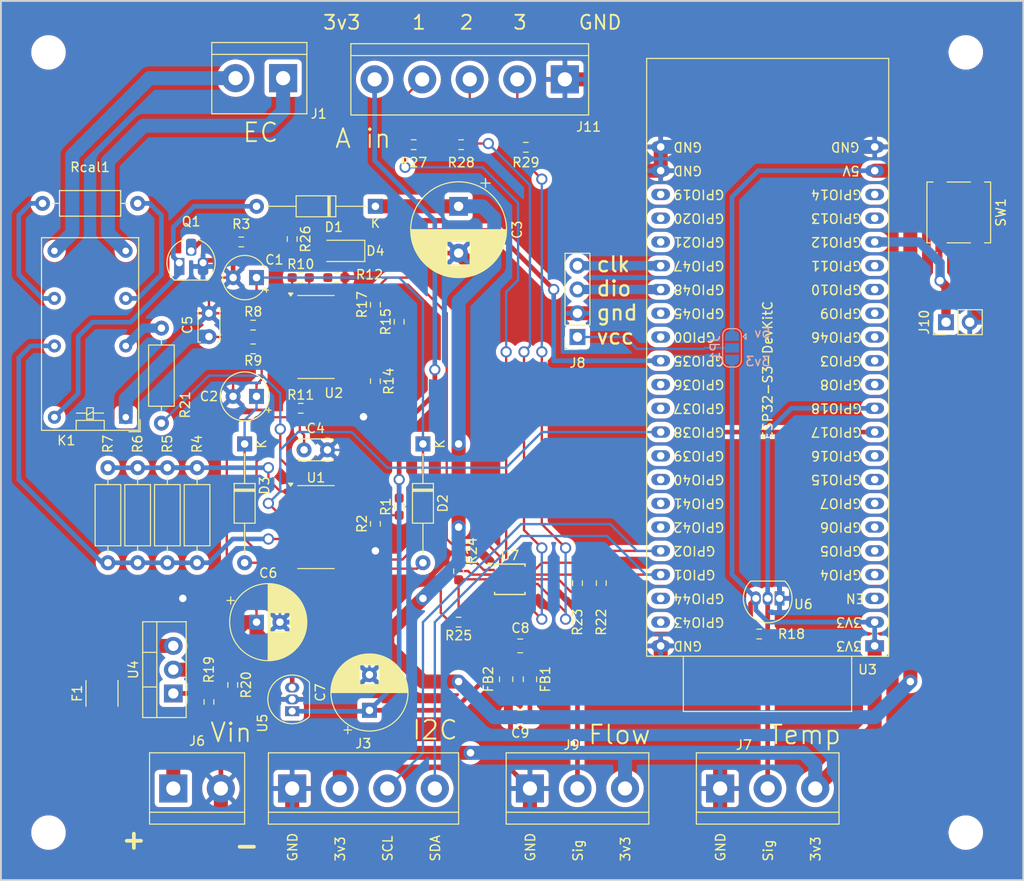
<source format=kicad_pcb>
(kicad_pcb
	(version 20240108)
	(generator "pcbnew")
	(generator_version "8.0")
	(general
		(thickness 1.6)
		(legacy_teardrops no)
	)
	(paper "A4")
	(layers
		(0 "F.Cu" signal)
		(31 "B.Cu" signal)
		(32 "B.Adhes" user "B.Adhesive")
		(33 "F.Adhes" user "F.Adhesive")
		(34 "B.Paste" user)
		(35 "F.Paste" user)
		(36 "B.SilkS" user "B.Silkscreen")
		(37 "F.SilkS" user "F.Silkscreen")
		(38 "B.Mask" user)
		(39 "F.Mask" user)
		(40 "Dwgs.User" user "User.Drawings")
		(41 "Cmts.User" user "User.Comments")
		(42 "Eco1.User" user "User.Eco1")
		(43 "Eco2.User" user "User.Eco2")
		(44 "Edge.Cuts" user)
		(45 "Margin" user)
		(46 "B.CrtYd" user "B.Courtyard")
		(47 "F.CrtYd" user "F.Courtyard")
		(48 "B.Fab" user)
		(49 "F.Fab" user)
		(50 "User.1" user)
		(51 "User.2" user)
		(52 "User.3" user)
		(53 "User.4" user)
		(54 "User.5" user)
		(55 "User.6" user)
		(56 "User.7" user)
		(57 "User.8" user)
		(58 "User.9" user)
	)
	(setup
		(pad_to_mask_clearance 0)
		(allow_soldermask_bridges_in_footprints no)
		(pcbplotparams
			(layerselection 0x00010fc_ffffffff)
			(plot_on_all_layers_selection 0x0000000_00000000)
			(disableapertmacros no)
			(usegerberextensions yes)
			(usegerberattributes no)
			(usegerberadvancedattributes no)
			(creategerberjobfile no)
			(dashed_line_dash_ratio 12.000000)
			(dashed_line_gap_ratio 3.000000)
			(svgprecision 4)
			(plotframeref no)
			(viasonmask no)
			(mode 1)
			(useauxorigin no)
			(hpglpennumber 1)
			(hpglpenspeed 20)
			(hpglpendiameter 15.000000)
			(pdf_front_fp_property_popups yes)
			(pdf_back_fp_property_popups yes)
			(dxfpolygonmode yes)
			(dxfimperialunits yes)
			(dxfusepcbnewfont yes)
			(psnegative no)
			(psa4output no)
			(plotreference yes)
			(plotvalue no)
			(plotfptext yes)
			(plotinvisibletext no)
			(sketchpadsonfab no)
			(subtractmaskfromsilk yes)
			(outputformat 1)
			(mirror no)
			(drillshape 0)
			(scaleselection 1)
			(outputdirectory "gerbers/")
		)
	)
	(net 0 "")
	(net 1 "Net-(U1A--)")
	(net 2 "Net-(U1D-+)")
	(net 3 "Net-(D2-K)")
	(net 4 "GND")
	(net 5 "Net-(D3-K)")
	(net 6 "+5V")
	(net 7 "3v3_reg")
	(net 8 "Net-(D1-A)")
	(net 9 "Net-(D2-A)")
	(net 10 "Net-(D3-A)")
	(net 11 "Net-(J6-Pin_1)")
	(net 12 "Net-(U4-VI)")
	(net 13 "Net-(J1-Pin_2)")
	(net 14 "Net-(J1-Pin_1)")
	(net 15 "SDA")
	(net 16 "SCL")
	(net 17 "1Wire_Data")
	(net 18 "disp_clk")
	(net 19 "disp_dio")
	(net 20 "Flow")
	(net 21 "/conductivity_sensor/ec_out")
	(net 22 "Net-(U7-GND)")
	(net 23 "Net-(U7-VDD)")
	(net 24 "Net-(U7-ADDR)")
	(net 25 "Net-(U7-ALERT{slash}RDY)")
	(net 26 "Ain3")
	(net 27 "Net-(K1-Pad6)")
	(net 28 "Net-(K1-Pad4)")
	(net 29 "Net-(K1-Pad11)")
	(net 30 "Net-(Q1-B)")
	(net 31 "ec_relay")
	(net 32 "Net-(U2C-+)")
	(net 33 "Net-(U2A--)")
	(net 34 "Net-(U2C--)")
	(net 35 "Net-(U2B--)")
	(net 36 "Net-(U2D-+)")
	(net 37 "Net-(U2D--)")
	(net 38 "+3V3")
	(net 39 "Net-(U4-ADJ)")
	(net 40 "ec_freq")
	(net 41 "unconnected-(U3-GPIO14{slash}ADC2_CH3-Pad20)")
	(net 42 "unconnected-(U3-GPIO40{slash}MTDO-Pad37)")
	(net 43 "unconnected-(U3-GPIO4{slash}ADC1_CH3-Pad4)")
	(net 44 "unconnected-(U3-GPIO20{slash}USB_D+-Pad26)")
	(net 45 "unconnected-(U3-GPIO9{slash}ADC1_CH8-Pad15)")
	(net 46 "unconnected-(U3-GPIO11{slash}ADC2_CH0-Pad17)")
	(net 47 "unconnected-(U3-GPIO21-Pad27)")
	(net 48 "unconnected-(U3-GPIO0-Pad31)")
	(net 49 "unconnected-(U3-GPIO39{slash}MTCK-Pad36)")
	(net 50 "unconnected-(U3-GPIO44{slash}U0RXD-Pad42)")
	(net 51 "unconnected-(U3-GPIO10{slash}ADC1_CH9-Pad16)")
	(net 52 "unconnected-(U3-CHIP_PU-Pad3)")
	(net 53 "unconnected-(U3-GPIO36-Pad33)")
	(net 54 "unconnected-(U3-GPIO45-Pad30)")
	(net 55 "unconnected-(U3-GPIO15{slash}ADC2_CH4{slash}32K_P-Pad8)")
	(net 56 "unconnected-(U3-GPIO41{slash}MTDI-Pad38)")
	(net 57 "unconnected-(U3-GPIO19{slash}USB_D--Pad25)")
	(net 58 "unconnected-(U3-GPIO42{slash}MTMS-Pad39)")
	(net 59 "unconnected-(U3-GPIO43{slash}U0TXD-Pad43)")
	(net 60 "unconnected-(U3-GPIO13{slash}ADC2_CH2-Pad19)")
	(net 61 "unconnected-(U3-GPIO46-Pad14)")
	(net 62 "unconnected-(U3-GPIO16{slash}ADC2_CH5{slash}32K_N-Pad9)")
	(net 63 "unconnected-(U3-GPIO37-Pad34)")
	(net 64 "unconnected-(U3-GPIO8{slash}ADC1_CH7-Pad12)")
	(net 65 "unconnected-(U3-GPIO7{slash}ADC1_CH6-Pad7)")
	(net 66 "unconnected-(U3-GPIO3{slash}ADC1_CH2-Pad13)")
	(net 67 "Net-(U1D--)")
	(net 68 "Net-(U1B-+)")
	(net 69 "Ain1")
	(net 70 "Ain2")
	(net 71 "unconnected-(U3-GPIO5{slash}ADC1_CH4-Pad5)")
	(net 72 "unconnected-(U3-GPIO6{slash}ADC1_CH5-Pad6)")
	(net 73 "Net-(D4-A)")
	(net 74 "Net-(J10-Pin_1)")
	(net 75 "Net-(J8-Pin_1)")
	(footprint "LED_SMD:LED_1206_3216Metric_Pad1.42x1.75mm_HandSolder" (layer "F.Cu") (at 92.2925 57.198674 180))
	(footprint "Resistor_SMD:R_0603_1608Metric_Pad0.98x0.95mm_HandSolder" (layer "F.Cu") (at 91.7175 60.053674))
	(footprint "Resistor_SMD:R_0603_1608Metric_Pad0.98x0.95mm_HandSolder" (layer "F.Cu") (at 78.105 105.416174 -90))
	(footprint "Package_SO:TSSOP-10_3x3mm_P0.5mm" (layer "F.Cu") (at 110.245 92.303674))
	(footprint "Capacitor_THT:C_Disc_D3.4mm_W2.1mm_P2.50mm" (layer "F.Cu") (at 78.105 66.363674 90))
	(footprint "Resistor_SMD:R_0603_1608Metric_Pad0.98x0.95mm_HandSolder" (layer "F.Cu") (at 95.885 86.366174 90))
	(footprint "Connector_PinSocket_2.54mm:PinSocket_1x04_P2.54mm_Vertical" (layer "F.Cu") (at 117.475 66.403674 180))
	(footprint "Relay_THT:Relay_DPDT_Omron_G5V-2" (layer "F.Cu") (at 69.215 74.978674 180))
	(footprint "Resistor_THT:R_Axial_DIN0207_L6.3mm_D2.5mm_P10.16mm_Horizontal" (layer "F.Cu") (at 67.31 80.373674 -90))
	(footprint "Resistor_SMD:R_0603_1608Metric_Pad0.98x0.95mm_HandSolder" (layer "F.Cu") (at 81.5575 56.243674 180))
	(footprint "Resistor_SMD:R_0603_1608Metric_Pad0.98x0.95mm_HandSolder" (layer "F.Cu") (at 87.9075 74.023674))
	(footprint "TerminalBlock:TerminalBlock_bornier-2_P5.08mm" (layer "F.Cu") (at 86.026 38.735 180))
	(footprint "Capacitor_THT:CP_Radial_D8.0mm_P2.50mm" (layer "F.Cu") (at 83.185 96.883674))
	(footprint "Capacitor_THT:C_Disc_D3.4mm_W2.1mm_P2.50mm" (layer "F.Cu") (at 88.265 78.468674))
	(footprint "Button_Switch_SMD:SW_SPST_B3SL-1002P" (layer "F.Cu") (at 158.21 53.088674 -90))
	(footprint "MountingHole:MountingHole_3.2mm_M3" (layer "F.Cu") (at 60.96 119.38))
	(footprint "TerminalBlock:TerminalBlock_bornier-4_P5.08mm" (layer "F.Cu") (at 86.995 114.663674))
	(footprint "Resistor_SMD:R_0603_1608Metric_Pad0.98x0.95mm_HandSolder" (layer "F.Cu") (at 136.8825 98.153674))
	(footprint "Resistor_SMD:R_0603_1608Metric_Pad0.98x0.95mm_HandSolder" (layer "F.Cu") (at 111.9575 46.1245))
	(footprint "Resistor_THT:R_Axial_DIN0207_L6.3mm_D2.5mm_P10.16mm_Horizontal" (layer "F.Cu") (at 70.485 52.118674 180))
	(footprint "TerminalBlock:TerminalBlock_bornier-2_P5.08mm" (layer "F.Cu") (at 74.295 114.663674))
	(footprint "TerminalBlock:TerminalBlock_bornier-3_P5.08mm" (layer "F.Cu") (at 132.715 114.663674))
	(footprint "Resistor_SMD:R_0603_1608Metric_Pad0.98x0.95mm_HandSolder" (layer "F.Cu") (at 98.425 64.776174 90))
	(footprint "Package_SO:SOIC-14_3.9x8.7mm_P1.27mm" (layer "F.Cu") (at 89.535 86.723674))
	(footprint "Capacitor_THT:CP_Radial_Tantal_D4.5mm_P2.50mm" (layer "F.Cu") (at 83.185 60.053674 180))
	(footprint "Capacitor_THT:CP_Radial_Tantal_D5.0mm_P2.50mm" (layer "F.Cu") (at 83.185 72.753674 180))
	(footprint "Capacitor_THT:CP_Radial_D10.0mm_P5.00mm"
		(layer "F.Cu")
		(uuid "5e87fd5f-8290-45f5-99a1-3b7d4a71bc61")
		(at 104.775 52.433674 -90)
		(descr "CP, Radial series, Radial, pin pitch=5.00mm, , diameter=10mm, Electrolytic Capacitor")
		(tags "CP Radial series Radial pin pitch 5.00mm  diameter 10mm Electrolytic Capacitor")
		(property "Reference" "C3"
			(at 2.5 -6.25 90)
			(layer "F.SilkS")
			(uuid "b08fe1fd-108c-4c4e-96a6-47cfe39a1a78")
			(effects
				(font
					(size 1 1)
					(thickness 0.15)
				)
			)
		)
		(property "Value" "100uF"
			(at 2.5 6.25 90)
			(layer "F.Fab")
			(uuid "3cf72d03-2d02-4215-9d96-4ff421cbadc0")
			(effects
				(font
					(size 1 1)
					(thickness 0.15)
				)
			)
		)
		(property "Footprint" "Capacitor_THT:CP_Radial_D10.0mm_P5.00mm"
			(at 0 0 -90)
			(unlocked yes)
			(layer "F.Fab")
			(hide yes)
			(uuid "36dae664-c505-4a6e-86c8-c2d25bf77175")
			(effects
				(font
					(size 1.27 1.27)
					(thickness 0.15)
				)
			)
		)
		(property "Datasheet" ""
			(at 0 0 -90)
			(unlocked yes)
			(layer "F.Fab")
			(hide yes)
			(uuid "a68ca02e-1843-408f-99aa-b16de7e9869e")
			(effects
				(font
					(size 1.27 1.27)
					(thickness 0.15)
				)
			)
		)
		(property "Description" ""
			(at 0 0 -90)
			(unlocked yes)
			(layer "F.Fab")
			(hide yes)
			(uuid "6dd67de1-d2f3-475e-812a-9d3268d046be")
			(effects
				(font
					(size 1.27 1.27)
					(thickness 0.15)
				)
			)
		)
		(property ki_fp_filters "CP_*")
		(path "/7a00f13c-a700-45ca-9974-48b050769647/139c664e-e569-4c76-894c-99826d4d2dff")
		(sheetname "conductivity_sensor")
		(sheetfile "conductivity_sensor.kicad_sch")
		(attr through_hole)
		(fp_line
			(start 3.781 1.241)
			(end 3.781 4.918)
			(stroke
				(width 0.12)
				(type solid)
			)
			(layer "F.SilkS")
			(uuid "3fa920bd-3367-49da-8c5e-b404a96a539f")
		)
		(fp_line
			(start 3.821 1.241)
			(end 3.821 4.907)
			(stroke
				(width 0.12)
				(type solid)
			)
			(layer "F.SilkS")
			(uuid "ed41889d-ce95-4d2b-856d-feebd4073396")
		)
		(fp_line
			(start 3.861 1.241)
			(end 3.861 4.897)
			(stroke
				(width 0.12)
				(type solid)
			)
			(layer "F.SilkS")
			(uuid "7aabdf84-3f7f-4d3f-af9e-91c345611cae")
		)
		(fp_line
			(start 3.901 1.241)
			(end 3.901 4.885)
			(stroke
				(width 0.12)
				(type solid)
			)
			(layer "F.SilkS")
			(uuid "20c19ac2-f68c-40b4-aa6b-c3206fb59837")
		)
		(fp_line
			(start 3.941 1.241)
			(end 3.941 4.874)
			(stroke
				(width 0.12)
				(type solid)
			)
			(layer "F.SilkS")
			(uuid "6d989778-d4ff-4d9b-b8d1-555dab4bb8f6")
		)
		(fp_line
			(start 3.981 1.241)
			(end 3.981 4.862)
			(stroke
				(width 0.12)
				(type solid)
			)
			(layer "F.SilkS")
			(uuid "2ba087f7-7658-476f-8458-d004b05c4d7c")
		)
		(fp_line
			(start 4.021 1.241)
			(end 4.021 4.85)
			(stroke
				(width 0.12)
				(type solid)
			)
			(layer "F.SilkS")
			(uuid "a7f71249-7ae6-4573-8fa6-c8d30649c07e")
		)
		(fp_line
			(start 4.061 1.241)
			(end 4.061 4.837)
			(stroke
				(width 0.12)
				(type solid)
			)
			(layer "F.SilkS")
			(uuid "155b6d5c-a8e9-44e8-9594-ca4a7eaba637")
		)
		(fp_line
			(start 4.101 1.241)
			(end 4.101 4.824)
			(stroke
				(width 0.12)
				(type solid)
			)
			(layer "F.SilkS")
			(uuid "b90e5ac9-b921-4588-a2c8-5e24c48b76b1")
		)
		(fp_line
			(start 4.141 1.241)
			(end 4.141 4.811)
			(stroke
				(width 0.12)
				(type solid)
			)
			(layer "F.SilkS")
			(uuid "c557654b-1f9b-4fa2-8f0a-6355b5f45e82")
		)
		(fp_line
			(start 4.181 1.241)
			(end 4.181 4.797)
			(stroke
				(width 0.12)
				(type solid)
			)
			(layer "F.SilkS")
			(uuid "d0f1b9f1-172e-4d36-bf31-934e79fc41fa")
		)
		(fp_line
			(start 4.221 1.241)
			(end 4.221 4.783)
			(stroke
				(width 0.12)
				(type solid)
			)
			(layer "F.SilkS")
			(uuid "e7979c1b-9736-4d77-ba9a-c615d1e9d67d")
		)
		(fp_line
			(start 4.261 1.241)
			(end 4.261 4.768)
			(stroke
				(width 0.12)
				(type solid)
			)
			(layer "F.SilkS")
			(uuid "9e25a7dc-aa74-40f6-a41f-2f0fcf7985f4")
		)
		(fp_line
			(start 4.301 1.241)
			(end 4.301 4.754)
			(stroke
				(width 0.12)
				(type solid)
			)
			(layer "F.SilkS")
			(uuid "0ec50e79-f814-4d79-9b50-a5037dfecea9")
		)
		(fp_line
			(start 4.341 1.241)
			(end 4.341 4.738)
			(stroke
				(width 0.12)
				(type solid)
			)
			(layer "F.SilkS")
			(uuid "48fe8267-4fa4-4893-8338-5aaa95230222")
		)
		(fp_line
			(start 4.381 1.241)
			(end 4.381 4.723)
			(stroke
				(width 0.12)
				(type solid)
			)
			(layer "F.SilkS")
			(uuid "79d2343a-ea70-4c15-a985-09832f3e54ee")
		)
		(fp_line
			(start 4.421 1.241)
			(end 4.421 4.707)
			(stroke
				(width 0.12)
				(type solid)
			)
			(layer "F.SilkS")
			(uuid "893a1621-102a-4c27-8d2a-2a821cce62f7")
		)
		(fp_line
			(start 4.461 1.241)
			(end 4.461 4.69)
			(stroke
				(width 0.12)
				(type solid)
			)
			(layer "F.SilkS")
			(uuid "c6054f83-b149-4157-bee8-5a681789906a")
		)
		(fp_line
			(start 4.501 1.241)
			(end 4.501 4.674)
			(stroke
				(width 0.12)
				(type solid)
			)
			(layer "F.SilkS")
			(uuid "7e96407f-74fa-4416-bdc8-baf46bda4e0c")
		)
		(fp_line
			(start 4.541 1.241)
			(end 4.541 4.657)
			(stroke
				(width 0.12)
				(type solid)
			)
			(layer "F.SilkS")
			(uuid "109702f7-56e1-44da-8153-d8f9bddc7dfc")
		)
		(fp_line
			(start 4.581 1.241)
			(end 4.581 4.639)
			(stroke
				(width 0.12)
				(type solid)
			)
			(layer "F.SilkS")
			(uuid "e199cc55-0fde-4613-ae06-04d4b83cfb70")
		)
		(fp_line
			(start 4.621 1.241)
			(end 4.621 4.621)
			(stroke
				(width 0.12)
				(type solid)
			)
			(layer "F.SilkS")
			(uuid "4fab1d0c-c940-473b-a109-622f29686f02")
		)
		(fp_line
			(start 4.661 1.241)
			(end 4.661 4.603)
			(stroke
				(width 0.12)
				(type solid)
			)
			(layer "F.SilkS")
			(uuid "9236b8d4-48c9-4bee-a851-5fea0f8e1aa7")
		)
		(fp_line
			(start 4.701 1.241)
			(end 4.701 4.584)
			(stroke
				(width 0.12)
				(type solid)
			)
			(layer "F.SilkS")
			(uuid "e852fd0a-c28c-4891-8c0e-ac0ef601372a")
		)
		(fp_line
			(start 4.741 1.241)
			(end 4.741 4.564)
			(stroke
				(width 0.12)
				(type solid)
			)
			(layer "F.SilkS")
			(uuid "183d6078-fb76-4f0b-bf05-c988365806af")
		)
		(fp_line
			(start 4.781 1.241)
			(end 4.781 4.545)
			(stroke
				(width 0.12)
				(type solid)
			)
			(layer "F.SilkS")
			(uuid "73e97a75-7d96-4d56-bf23-ee5b9f826270")
		)
		(fp_line
			(start 4.821 1.241)
			(end 4.821 4.525)
			(stroke
				(width 0.12)
				(type solid)
			)
			(layer "F.SilkS")
			(uuid "ba3de179-7356-4453-8b81-ba10a1352a3e")
		)
		(fp_line
			(start 4.861 1.241)
			(end 4.861 4.504)
			(stroke
				(width 0.12)
				(type solid)
			)
			(layer "F.SilkS")
			(uuid "50e842ce-8d50-4246-9c16-a979c430168f")
		)
		(fp_line
			(start 4.901 1.241)
			(end 4.901 4.483)
			(stroke
				(width 0.12)
				(type solid)
			)
			(layer "F.SilkS")
			(uuid "ed69929c-46eb-4adf-9409-76e84b4a16e2")
		)
		(fp_line
			(start 4.941 1.241)
			(end 4.941 4.462)
			(stroke
				(width 0.12)
				(type solid)
			)
			(layer "F.SilkS")
			(uuid "a4b3f9a3-d076-48e8-9c28-0d5d55f38111")
		)
		(fp_line
			(start 4.981 1.241)
			(end 4.981 4.44)
			(stroke
				(width 0.12)
				(type solid)
			)
			(layer "F.SilkS")
			(uuid "6c062b91-4d25-4d9b-9f34-0482b8c02d09")
		)
		(fp_line
			(start 5.021 1.241)
			(end 5.021 4.417)
			(stroke
				(width 0.12)
				(type solid)
			)
			(layer "F.SilkS")
			(uuid "cf61aceb-4f0c-496c-8c2c-a39b61bc10a4")
		)
		(fp_line
			(start 5.061 1.241)
			(end 5.061 4.395)
			(stroke
				(width 0.12)
				(type solid)
			)
			(layer "F.SilkS")
			(uuid "b4989bc6-723e-4989-8800-47851c3c4615")
		)
		(fp_line
			(start 5.101 1.241)
			(end 5.101 4.371)
			(stroke
				(width 0.12)
				(type solid)
			)
			(layer "F.SilkS")
			(uuid "3ab154d7-2d23-4502-b39c-937188eb80ab")
		)
		(fp_line
			(start 5.141 1.241)
			(end 5.141 4.347)
			(stroke
				(width 0.12)
				(type solid)
			)
			(layer "F.SilkS")
			(uuid "eaa6ddb4-19b9-4970-a8db-a2cd1936e3cb")
		)
		(fp_line
			(start 5.181 1.241)
			(end 5.181 4.323)
			(stroke
				(width 0.12)
				(type solid)
			)
			(layer "F.SilkS")
			(uuid "10f73b04-b76f-4387-a886-fcbd6d6a112e")
		)
		(fp_line
			(start 5.221 1.241)
			(end 5.221 4.298)
			(stroke
				(width 0.12)
				(type solid)
			)
			(layer "F.SilkS")
			(uuid "4d21456f-a731-4e91-a927-80808324070a")
		)
		(fp_line
			(start 5.261 1.241)
			(end 5.261 4.273)
			(stroke
				(width 0.12)
				(type solid)
			)
			(layer "F.SilkS")
			(uuid "d6ee4086-53ce-491b-8dd5-d504780fcfd7")
		)
		(fp_line
			(start 5.301 1.241)
			(end 5.301 4.247)
			(stroke
				(width 0.12)
				(type solid)
			)
			(layer "F.SilkS")
			(uuid "d9450fe6-9dba-47f5-8498-8f1b52b94e8f")
		)
		(fp_line
			(start 5.341 1.241)
			(end 5.341 4.221)
			(stroke
				(width 0.12)
				(type solid)
			)
			(layer "F.SilkS")
			(uuid "835dbb93-9ef4-43e7-b110-d7be01b4bcfc")
		)
		(fp_line
			(start 5.381 1.241)
			(end 5.381 4.194)
			(stroke
				(width 0.12)
				(type solid)
			)
			(layer "F.SilkS")
			(uuid "b643661b-fdad-403e-924f-d0827a5c8b60")
		)
		(fp_line
			(start 5.421 1.241)
			(end 5.421 4.166)
			(stroke
				(width 0.12)
				(type solid)
			)
			(layer "F.SilkS")
			(uuid "a98b65cb-0e51-475c-ab1c-7e2a9bad12df")
		)
		(fp_line
			(start 5.461 1.241)
			(end 5.461 4.138)
			(stroke
				(width 0.12)
				(type solid)
			)
			(layer "F.SilkS")
			(uuid "4baaf534-d330-433a-bf90-6582de524ea5")
		)
		(fp_line
			(start 5.501 1.241)
			(end 5.501 4.11)
			(stroke
				(width 0.12)
				(type solid)
			)
			(layer "F.SilkS")
			(uuid "2bed1dfe-18f9-45e9-8c2e-084e4bf8edb0")
		)
		(fp_line
			(start 5.541 1.241)
			(end 5.541 4.08)
			(stroke
				(width 0.12)
				(type solid)
			)
			(layer "F.SilkS")
			(uuid "c20d8ccf-667e-4abb-9340-b196c1927af7")
		)
		(fp_line
			(start 5.581 1.241)
			(end 5.581 4.05)
			(stroke
				(width 0.12)
				(type solid)
			)
			(layer "F.SilkS")
			(uuid "7828f97f-f739-42ca-8848-f747b2f8f966")
		)
		(fp_line
			(start 5.621 1.241)
			(end 5.621 4.02)
			(stroke
				(width 0.12)
				(type solid)
			)
			(layer "F.SilkS")
			(uuid "323e3d46-5993-4797-8dbf-4dab8038a1ce")
		)
		(fp_line
			(start 5.661 1.241)
			(end 5.661 3.989)
			(stroke
				(width 0.12)
				(type solid)
			)
			(layer "F.SilkS")
			(uuid "a1b54528-1023-4032-bdd1-4ffc2ca97e77")
		)
		(fp_line
			(start 5.701 1.241)
			(end 5.701 3.957)
			(stroke
				(width 0.12)
				(type solid)
			)
			(layer "F.SilkS")
			(uuid "0f746be4-2ed4-4a2d-b856-27f37ade4baa")
		)
		(fp_line
			(start 5.741 1.241)
			(end 5.741 3.925)
			(stroke
				(width 0.12)
				(type solid)
			)
			(layer "F.SilkS")
			(uuid "82868b7c-7131-4a8c-9220-81b88c2f5eb6")
		)
		(fp_line
			(start 5.781 1.241)
			(end 5.781 3.892)
			(stroke
				(width 0.12)
				(type solid)
			)
			(layer "F.SilkS")
			(uuid "0f734b1a-7c9f-45e5-b1be-3fe03ef01092")
		)
		(fp_line
			(start 5.821 1.241)
			(end 5.821 3.858)
			(stroke
				(width 0.12)
				(type solid)
			)
			(layer "F.SilkS")
			(uuid "d0b4e8cd-6199-474e-b8b0-62c9234f77c6")
		)
		(fp_line
			(start 5.861 1.241)
			(end 5.861 3.824)
			(stroke
				(width 0.12)
				(type solid)
			)
			(layer "F.SilkS")
			(uuid "fcc9838d-c2d8-4659-bb83-9d3c4aa32959")
		)
		(fp_line
			(start 5.901 1.241)
			(end 5.901 3.789)
			(stroke
				(width 0.12)
				(type solid)
			)
			(layer "F.SilkS")
			(uuid "420580e3-f4d3-4201-b49c-f2d91bc18658")
		)
		(fp_line
			(start 5.941 1.241)
			(end 5.941 3.753)
			(stroke
				(width 0.12)
				(type solid)
			)
			(layer "F.SilkS")
			(uuid "116851d4-edac-407a-805e-ecc4ec7e4c55")
		)
		(fp_line
			(start 5.981 1.241)
			(end 5.981 3.716)
			(stroke
				(width 0.12)
				(type solid)
			)
			(layer "F.SilkS")
			(uuid "574ea941-d8c1-43ab-9c77-9ca9fc369358")
		)
		(fp_line
			(start 6.021 1.241)
			(end 6.021 3.679)
			(stroke
				(width 0.12)
				(type solid)
			)
			(layer "F.SilkS")
			(uuid "effafbaa-9200-4a9b-9ddb-29a02c68f3ce")
		)
		(fp_line
			(start 6.061 1.241)
			(end 6.061 3.64)
			(stroke
				(width 0.12)
				(type solid)
			)
			(layer "F.SilkS")
			(uuid "62653412-7c39-4735-90fd-3634ad2c3247")
		)
		(fp_line
			(start 6.101 1.241)
			(end 6.101 3.601)
			(stroke
				(width 0.12)
				(type solid)
			)
			(layer "F.SilkS")
			(uuid "80c6191e-1c98-4601-8ca1-8845e7291a27")
		)
		(fp_line
			(start 6.141 1.241)
			(end 6.141 3.561)
			(stroke
				(width 0.12)
				(type solid)
			)
			(layer "F.SilkS")
			(uuid "044b5cc8-ce14-487d-bb27-670fd0719291")
		)
		(fp_line
			(start 6.181 1.241)
			(end 6.181 3.52)
			(stroke
				(width 0.12)
				(type solid)
			)
			(layer "F.SilkS")
			(uuid "8ac3806a-a935-4d71-9697-aa60ffadc75d")
		)
		(fp_line
			(start 6.221 1.241)
			(end 6.221 3.478)
			(stroke
				(width 0.12)
				(type solid)
			)
			(layer "F.SilkS")
			(uuid "2ae4be64-e1e1-469e-b830-994c50d7aaa5")
		)
		(fp_line
			(start 7.581 -0.599)
			(end 7.581 0.599)
			(stroke
				(width 0.12)
				(type solid)
			)
			(layer "F.SilkS")
			(uuid "13de7ba6-6f90-4399-8b89-48c845de2d86")
		)
		(fp_line
			(start 7.541 -0.862)
			(end 7.541 0.862)
			(stroke
				(width 0.12)
				(type solid)
			)
			(layer "F.SilkS")
			(uuid "8ac94aa4-450b-46d1-a5cd-0d2cff71398e")
		)
		(fp_line
			(start 7.501 -1.062)
			(end 7.501 1.062)
			(stroke
				(width 0.12)
				(type solid)
			)
			(layer "F.SilkS")
			(uuid "8586421e-1105-4a31-9cd0-bea689aef41f")
		)
		(fp_line
			(start 7.461 -1.23)
			(end 7.461 1.23)
			(stroke
				(width 0.12)
				(type solid)
			)
			(layer "F.SilkS")
			(uuid "1883837d-dbfd-4e7c-9736-bc0877dc4e0f")
		)
		(fp_line
			(start 7.421 -1.378)
			(end 7.421 1.378)
			(stroke
				(width 0.12)
				(type solid)
			)
			(layer "F.SilkS")
			(uuid "753aadf3-ceab-4458-9a6c-ba217803ef0e")
		)
		(fp_line
			(start 7.381 -1.51)
			(end 7.381 1.51)
			(stroke
				(width 0.12)
				(type solid)
			)
			(layer "F.SilkS")
			(uuid "ad88a0cf-3d34-4679-bbb9-c25f2f59cb26")
		)
		(fp_line
			(start 7.341 -1.63)
			(end 7.341 1.63)
			(stroke
				(width 0.12)
				(type solid)
			)
			(layer "F.SilkS")
			(uuid "ff1b79b0-9338-4226-b036-8c9b437ae718")
		)
		(fp_line
			(start 7.301 -1.742)
			(end 7.301 1.742)
			(stroke
				(width 0.12)
				(type solid)
			)
			(layer "F.SilkS")
			(uuid "d3b3bd27-1f0b-4387-82ae-d203cadf626d")
		)
		(fp_line
			(start 7.261 -1.846)
			(end 7.261 1.846)
			(stroke
				(width 0.12)
				(type solid)
			)
			(layer "F.SilkS")
			(uuid "2b4809a4-1eeb-43d1-ad42-51e382a405ae")
		)
		(fp_line
			(start 7.221 -1.944)
			(end 7.221 1.944)
			(stroke
				(width 0.12)
				(type solid)
			)
			(layer "F.SilkS")
			(uuid "3c0dc8fd-6590-4a88-a12d-ff139cbf32ee")
		)
		(fp_line
			(start 7.181 -2.037)
			(end 7.181 2.037)
			(stroke
				(width 0.12)
				(type solid)
			)
			(layer "F.SilkS")
			(uuid "b14bab85-2fb6-43c5-b3c5-1f3b02ea921f")
		)
		(fp_line
			(start 7.141 -2.125)
			(end 7.141 2.125)
			(stroke
				(width 0.12)
				(type solid)
			)
			(layer "F.SilkS")
			(uuid "1caaaba8-fff5-49b5-a0ad-4cd2ae4c1a87")
		)
		(fp_line
			(start 7.101 -2.209)
			(end 7.101 2.209)
			(stroke
				(width 0.12)
				(type solid)
			)
			(layer "F.SilkS")
			(uuid "a2f144d9-640b-4f30-87a0-09963ead3dce")
		)
		(fp_line
			(start 7.061 -2.289)
			(end 7.061 2.289)
			(stroke
				(width 0.12)
				(type solid)
			)
			(layer "F.SilkS")
			(uuid "d8d3a219-6365-4a49-8060-07eda1b068d2")
		)
		(fp_line
			(start 7.021 -2.365)
			(end 7.021 2.365)
			(stroke
				(width 0.12)
				(type solid)
			)
			(layer "F.SilkS")
			(uuid "04504f57-6dde-4c6d-abe5-2a2ef34ea50e")
		)
		(fp_line
			(start 6.981 -2.439)
			(end 6.981 2.439)
			(stroke
				(width 0.12)
				(type solid)
			)
			(layer "F.SilkS")
			(uuid "552b9a24-416f-4f51-a428-5f97e0a69674")
		)
		(fp_line
			(start 6.941 -2.51)
			(end 6.941 2.51)
			(stroke
				(width 0.12)
				(type solid)
			)
			(layer "F.SilkS")
			(uuid "5a67e1da-3632-420e-9034-32176aab8fd3")
		)
		(fp_line
			(start 6.901 -2.579)
			(end 6.901 2.579)
			(stroke
				(width 0.12)
				(type solid)
			)
			(layer "F.SilkS")
			(uuid "72be052e-4c7a-4efb-9ff5-7569a21b1d27")
		)
		(fp_line
			(start 6.861 -2.645)
			(end 6.861 2.645)
			(stroke
				(width 0.12)
				(type solid)
			)
			(layer "F.SilkS")
			(uuid "671b6a27-0ca6-4839-9653-a65d3e5f6cb6")
		)
		(fp_line
			(start 6.821 -2.709)
			(end 6.821 2.709)
			(stroke
				(width 0.12)
				(type solid)
			)
			(layer "F.SilkS")
			(uuid "714b67c5-1e6e-4d0a-a8c6-b6fefecb5a07")
		)
		(fp_line
			(start 6.781 -2.77)
			(end 6.781 2.77)
			(stroke
				(width 0.12)
				(type solid)
			)
			(layer "F.SilkS")
			(uuid "cc5a2ef2-d749-4066-8155-bc0d43df8375")
		)
		(fp_line
			(start 6.741 -2.83)
			(end 6.741 2.83)
			(stroke
				(width 0.12)
				(type solid)
			)
			(layer "F.SilkS")
			(uuid "15cc9d3f-974b-48fe-8f15-ecfa498d7ff7")
		)
		(fp_line
			(start -2.979646 -2.875)
			(end -1.979646 -2.875)
			(stroke
				(width 0.12)
				(type solid)
			)
			(layer "F.SilkS")
			(uuid "05aff440-5317-4c91-90ca-d31705f638fc")
		)
		(fp_line
			(start 6.701 -2.889)
			(end 6.701 2.889)
			(stroke
				(width 0.12)
				(type solid)
			)
			(layer "F.SilkS")
			(uuid "d6cee2fa-3d34-43f7-8d66-fd4c6e5104e5")
		)
		(fp_line
			(start 6.661 -2.945)
			(end 6.661 2.945)
			(stroke
				(width 0.12)
				(type solid)
			)
			(layer "F.SilkS")
			(uuid "9378c950-114f-4356-a2fb-9448050b97d6")
		)
		(fp_line
			(start 6.621 -3)
			(end 6.621 3)
			(stroke
				(width 0.12)
				(type solid)
			)
			(layer "F.SilkS")
			(uuid "cfdcc698-e974-412f-b9c9-cb2987324d01")
		)
		(fp_line
			(start 6.581 -3.054)
			(end 6.581 3.054)
			(stroke
				(width 0.12)
				(type solid)
			)
			(layer "F.SilkS")
			(uuid "2689ce8b-5657-42de-9607-9e67e13f8ea6")
		)
		(fp_line
			(start 6.541 -3.106)
			(end 6.541 3.106)
			(stroke
				(width 0.12)
				(type solid)
			)
			(layer "F.SilkS")
			(uuid "73858382-93ec-4188-9909-892000f88e3f")
		)
		(fp_line
			(start 6.501 -3.156)
			(end 6.501 3.156)
			(stroke
				(width 0.12)
				(type solid)
			)
			(layer "F.SilkS")
			(uuid "4a268df3-19ec-4a28-a45f-36f9c670aaa8")
		)
		(fp_line
			(start 6.461 -3.206)
			(end 6.461 3.206)
			(stroke
				(width 0.12)
				(type solid)
			)
			(layer "F.SilkS")
			(uuid "d8ef30d6-68be-4445-9c73-af36d40aad85")
		)
		(fp_line
			(start 6.421 -3.254)
			(end 6.421 3.254)
			(stroke
				(width 0.12)
				(type solid)
			)
			(layer "F.SilkS")
			(uuid "70cb480f-a90a-463a-b2c7-c1127b6f0cf6")
		)
		(fp_line
			(start 6.381 -3.301)
			(end 6.381 3.301)
			(stroke
				(width 0.12)
				(type solid)
			)
			(layer "F.SilkS")
			(uuid "a9401c72-6a1c-4a34-b67d-cf79de2e3f2b")
		)
		(fp_line
			(start 6.341 -3.347)
			(end 6.341 3.347)
			(stroke
				(width 0.12)
				(type solid)
			)
			(layer "F.SilkS")
			(uuid "02dd47b0-95cf-4dfc-bdd2-03facdbcb72b")
		)
		(fp_line
			(start -2.479646 -3.375)
			(end -2.479646 -2.375)
			(stroke
				(width 0.12)
				(type solid)
			)
			(layer "F.SilkS")
			(uuid "94e1dcc1-3dc4-492e-82d1-d00dd1f2378b")
		)
		(fp_line
			(start 6.301 -3.392)
			(end 6.301 3.392)
			(stroke
				(width 0.12)
				(type solid)
			)
			(layer "F.SilkS")
			(uuid "48b5f18a-af02-4489-b7ea-4d25d33cd36c")
		)
		(fp_line
			(start 6.261 -3.436)
			(end 6.261 3.436)
			(stroke
				(width 0.12)
				(type solid)
			)
			(layer "F.SilkS")
			(uuid "97ffe392-c21b-4434-aa29-14582db6acac")
		)
		(fp_line
			(start 6.221 -3.478)
			(end 6.221 -1.241)
			(stroke
				(width 0.12)
				(type solid)
			)
			(layer "F.SilkS")
			(uuid "5a5b426f-ce68-420b-862b-3859ddc26803")
		)
		(fp_line
			(start 6.181 -3.52)
			(end 6.181 -1.241)
			(stroke
				(width 0.12)
				(type solid)
			)
			(layer "F.SilkS")
			(uuid "2fbed732-0281-4078-bbfc-4958dfc202a5")
		)
		(fp_line
			(start 6.141 -3.561)
			(end 6.141 -1.241)
			(stroke
				(width 0.12)
				(type solid)
			)
			(layer "F.SilkS")
			(uuid "66e336e7-d25c-4ea0-9948-02a48fb06948")
		)
		(fp_line
			(start 6.101 -3.601)
			(end 6.101 -1.241)
			(stroke
				(width 0.12)
				(type solid)
			)
			(layer "F.SilkS")
			(uuid "0ce6de31-e8bc-415c-b7a2-3af6ab362a95")
		)
		(fp_line
			(start 6.061 -3.64)
			(end 6.061 -1.241)
			(stroke
				(width 0.12)
				(type solid)
			)
			(layer "F.SilkS")
			(uuid "39943c6b-45cf-4c19-ae25-cb2a55c3661b")
		)
		(fp_line
			(start 6.021 -3.679)
			(end 6.021 -1.241)
			(stroke
				(width 0.12)
				(type solid)
			)
			(layer "F.SilkS")
			(uuid "64a61d1b-a195-4779-9822-4fea75960267")
		)
		(fp_line
			(start 5.981 -3.716)
			(end 5.981 -1.241)
			(stroke
				(width 0.12)
				(type solid)
			)
			(layer "F.SilkS")
			(uuid "10e61ffd-3586-4405-b7d2-0f4e78862775")
		)
		(fp_line
			(start 5.941 -3.753)
			(end 5.941 -1.241)
			(stroke
				(width 0.12)
				(type solid)
			)
			(layer "F.SilkS")
			(uuid "786c50b9-3354-4a22-b20e-1f8a5d01d468")
		)
		(fp_line
			(start 5.901 -3.789)
			(end 5.901 -1.241)
			(stroke
				(width 0.12)
				(type solid)
			)
			(layer "F.SilkS")
			(uuid "0dc91157-6110-4f50-ba63-941a7ae09565")
		)
		(fp_line
			(start 5.861 -3.824)
			(end 5.861 -1.241)
			(stroke
				(width 0.12)
				(type solid)
			)
			(layer "F.SilkS")
			(uuid "39274e25-1f36-4337-9c44-d55dbfd840bf")
		)
		(fp_line
			(start 5.821 -3.858)
			(end 5.821 -1.241)
			(stroke
				(width 0.12)
				(type solid)
			)
			(layer "F.SilkS")
			(uuid "da52fdf1-294a-43e8-b3e0-ebe0aaad747a")
		)
		(fp_line
			(start 5.781 -3.892)
			(end 5.781 -1.241)
			(stroke
				(width 0.12)
				(type solid)
			)
			(layer "F.SilkS")
			(uuid "53f04326-8708-4b6e-ab27-14cd52b0f115")
		)
		(fp_line
			(start 5.741 -3.925)
			(end 5.741 -1.241)
			(stroke
				(width 0.12)
				(type solid)
			)
			(layer "F.SilkS")
			(uuid "8a0d8736-fa03-4541-b58c-74f651922454")
		)
		(fp_line
			(start 5.701 -3.957)
			(end 5.701 -1.241)
			(stroke
				(width 0.12)
				(type solid)
			)
			(layer "F.SilkS")
			(uuid "18bca2ac-7d55-4d0f-8129-30684cc26369")
		)
		(fp_line
			(start 5.661 -3.989)
			(end 5.661 -1.241)
			(stroke
				(width 0.12)
				(type solid)
			)
			(layer "F.SilkS")
			(uuid "8e5614a3-19a1-4c21-89a8-bd1643f9d1ac")
		)
		(fp_line
			(start 5.621 -4.02)
			(end 5.621 -1.241)
			(stroke
				(width 0.12)
				(type solid)
			)
			(layer "F.SilkS")
			(uuid "89643e1b-a686-47a9-8e30-b3a03c72abf5")
		)
		(fp_line
			(start 5.581 -4.05)
			(end 5.581 -1.241)
			(stroke
				(width 0.12)
				(type solid)
			)
			(layer "F.SilkS")
			(uuid "7ae29d27-d7e2-4f43-9662-73d9d4cf8571")
		)
		(fp_line
			(start 5.541 -4.08)
			(end 5.541 -1.241)
			(stroke
				(width 0.12)
				(type solid)
			)
			(layer "F.SilkS")
			(uuid "206476fa-eed9-4ecb-bdb9-b364ba61757f")
		)
		(fp_line
			(start 5.501 -4.11)
			(end 5.501 -1.241)
			(stroke
				(width 0.12)
				(type solid)
			)
			(layer "F.SilkS")
			(uuid "438173e5-4276-4aea-8f83-1372d6019a63")
		)
		(fp_line
			(start 5.461 -4.138)
			(end 5.461 -1.241)
			(stroke
				(width 0.12)
				(type solid)
			)
			(layer "F.SilkS")
			(uuid "24065e3c-5647-4300-a189-ae3634f7554e")
		)
		(fp_line
			(start 5.421 -4.166)
			(end 5.421 -1.241)
			(stroke
				(width 0.12)
				(type solid)
			)
			(layer "F.SilkS")
			(uuid "4cda01bf-7cc5-4aa6-bbde-bea3d4821bff")
		)
		(fp_line
			(start 5.381 -4.194)
			(end 5.381 -1.241)
			(stroke
				(width 0.12)
				(type solid)
			)
			(layer "F.SilkS")
			(uuid "6af7ea1c-6b1d-45ad-aa5f-519f8cb77b9f")
		)
		(fp_line
			(start 5.341 -4.221)
			(end 5.341 -1.241)
			(stroke
				(width 0.12)
				(type solid)
			)
			(layer "F.SilkS")
			(uuid "da7ce199-5106-43b6-aff5-afb165a6b5b5")
		)
		(fp_line
			(start 5.301 -4.247)
			(end 5.301 -1.241)
			(stroke
				(width 0.12)
				(type solid)
			)
			(layer "F.SilkS")
			(uuid "e93b9784-3b1d-4324-a7cf-896357d1d4e6")
		)
		(fp_line
			(start 5.261 -4.273)
			(end 5.261 -1.241)
			(stroke
				(width 0.12)
				(type solid)
			)
			(layer "F.SilkS")
			(uuid "0a6f9774-8373-4f30-a360-301cc1e907e7")
		)
		(fp_line
			(start 5.221 -4.298)
			(end 5.221 -1.241)
			(stroke
				(width 0.12)
				(type solid)
			)
			(layer "F.SilkS")
			(uuid "de5ce718-95b2-41d4-baba-0f5d01d10afe")
		)
		(fp_line
			(start 5.181 -4.323)
			(end 5.181 -1.241)
			(stroke
				(width 0.12)
				(type solid)
			)
			(layer "F.SilkS")
			(uuid "3f602f95-d49b-496c-b324-9fb2845c602e")
		)
		(fp_line
			(start 5.141 -4.347)
			(end 5.141 -1.241)
			(stroke
				(width 0.12)
				(type solid)
			)
			(layer "F.SilkS")
			(uuid "4738b092-f887-44a5-b101-1e7644c0d90d")
		)
		(fp_line
			(start 5.101 -4.371)
			(end 5.101 -1.241)
			(stroke
				(width 0.12)
				(type solid)
			)
			(layer "F.SilkS")
			(uuid "ed0e49a6-cf99-426e-b183-fb46fdf8b7d9")
		)
		(fp_line
			(start 5.061 -4.395)
			(end 5.061 -1.241)
			(stroke
				(width 0.12)
				(type solid)
			)
			(layer "F.SilkS")
			(uuid "954acb4a-66bd-445c-b1fe-5700f40d9194")
		)
		(fp_line
			(start 5.021 -4.417)
			(end 5.021 -1.241)
			(stroke
				(width 0.12)
				(type solid)
			)
			(layer "F.SilkS")
			(uuid "a674a9b6-b871-4548-9c77-c80f683edae7")
		)
		(fp_line
			(start 4.981 -4.44)
			(end 4.981 -1.241)
			(stroke
				(width 0.12)
				(type solid)
			)
			(layer "F.SilkS")
			(uuid "4822b8c7-d6e7-4f60-a0f2-6867d5b2c40c")
		)
		(fp_line
			(start 4.941 -4.462)
			(end 4.941 -1.241)
			(stroke
				(width 0.12)
				(type solid)
			)
			(layer "F.SilkS")
			(uuid "49358662-7a72-4052-ab4b-e2c7c39fb2d0")
		)
		(fp_line
			(start 4.901 -4.483)
			(end 4.901 -1.241)
			(stroke
				(width 0.12)
				(type solid)
			)
			(layer "F.SilkS")
			(uuid "a0dfec34-d7cc-440b-93cd-3213bb155da3")
		)
		(fp_line
			(start 4.861 -4.504)
			(end 4.861 -1.241)
			(stroke
				(width 0.12)
				(type solid)
			)
			(layer "F.SilkS")
			(uuid "2e0138a2-17cd-445b-832f-a490824fc2c1")
		)
		(fp_line
			(start 4.821 -4.525)
			(end 4.821 -1.241)
			(stroke
				(width 0.12)
				(type solid)
			)
			(layer "F.SilkS")
			(uuid "80174c24-bed2-4c48-a88c-1e5636281d02")
		)
		(fp_line
			(start 4.781 -4.545)
			(end 4.781 -1.241)
			(stroke
				(width 0.12)
				(type solid)
			)
			(layer "F.SilkS")
			(uuid "58510086-d0eb-4a63-b59c-46dd14b8ce46")
		)
		(fp_line
			(start 4.741 -4.564)
			(end 4.741 -1.241)
			(stroke
				(width 0.12)
				(type solid)
			)
			(layer "F.SilkS")
			(uuid "6d2c3231-40e4-4510-9605-6aebae9c1804")
		)
		(fp_line
			(start 4.701 -4.584)
			(end 4.701 -1.241)
			(stroke
				(width 0.12)
				(type solid)
			)
			(layer "F.SilkS")
			(uuid "1f931d78-2140-4207-9c00-724c6a634f26")
		)
		(fp_line
			(start 4.661 -4.603)
			(end 4.661 -1.241)
			(stroke
				(width 0.12)
				(type solid)
			)
			(layer "F.SilkS")
			(uuid "50829746-ae98-48e7-8e68-a86dc580c911")
		)
		(fp_line
			(start 4.621 -4.621)
			(end 4.621 -1.241)
			(stroke
				(width 0.12)
				(type solid)
			)
			(layer "F.SilkS")
			(uuid "4133db9c-1d6b-4457-9443-525f53e6eb33")
		)
		(fp_line
			(start 4.581 -4.639)
			(end 4.581 -1.241)
			(stroke
				(width 0.12)
				(type solid)
			)
			(layer "F.SilkS")
			(uuid "d0ec3d13-95ec-4ae3-a361-dda8ae29e38b")
		)
		(fp_line
			(start 4.541 -4.657)
			(end 4.541 -1.241)
			(stroke
				(width 0.12)
				(type solid)
			)
			(layer "F.SilkS")
			(uuid "f3c3e8e9-d4dd-4638-b723-b62ed50d5d36")
		)
		(fp_line
			(start 4.501 -4.674)
			(end 4.501 -1.241)
			(stroke
				(width 0.12)
				(type solid)
			)
			(layer "F.SilkS")
			(uuid "e8e0d961-28c5-4c62-8c52-0153ed2dd3cf")
		)
		(fp_line
			(start 4.461 -4.69)
			(end 4.461 -1.241)
			(stroke
				(width 0.12)
				(type solid)
			)
			(layer "F.S
... [916758 chars truncated]
</source>
